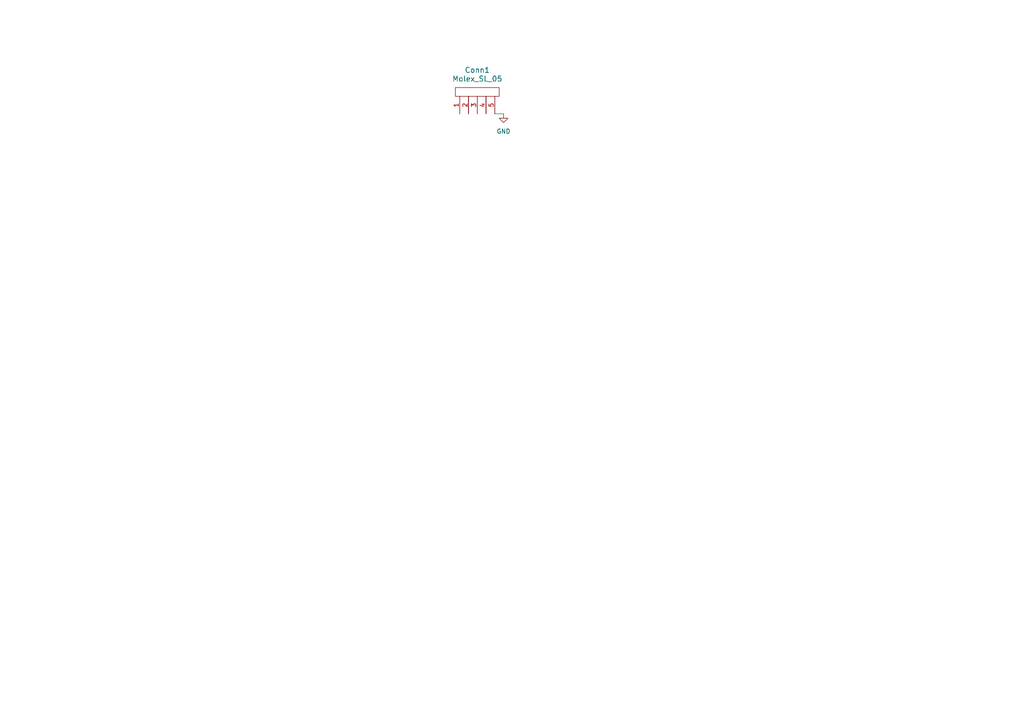
<source format=kicad_sch>
(kicad_sch (version 20230121) (generator eeschema)
  (paper "A4")
  (lib_symbols
    (symbol "MRDT_Connectors:Molex_SL_05" (pin_names (offset 1.016))
      (property "Reference" "Conn" (at 3.81 -1.27 0))
      (property "Value" "Molex_SL_05" (at 1.27 13.97 0))
      (symbol "Molex_SL_05_0_1"
        (rectangle (start 0 12.7) (end 2.54 0))
      )
      (symbol "Molex_SL_05_1_1"
        (pin input line (at -5.08 11.43 0) (length 5.08) (name "~") (number "1"))
        (pin input line (at -5.08 8.89 0) (length 5.08) (name "~") (number "2"))
        (pin input line (at -5.08 6.35 0) (length 5.08) (name "~") (number "3"))
        (pin input line (at -5.08 3.81 0) (length 5.08) (name "~") (number "4"))
        (pin input line (at -5.08 1.27 0) (length 5.08) (name "~") (number "5"))
      )
    )
    (symbol "power:GND" (power) (pin_names (offset 0))
      (property "Value" "GND" (at 0 -3.81 0))
      (symbol "GND_0_1"
        (polyline (pts (xy 0 0) (xy 0 -1.27) (xy 1.27 -1.27) (xy 0 -2.54) (xy -1.27 -1.27) (xy 0 -1.27)))
      )
      (symbol "GND_1_1"
        (pin power_in line (at 0 0 270) (length 0) hide (name "GND") (number "1"))
      )
    )
  )
  (wire (pts (xy 143.51 33.02) (xy 146.05 33.02)))
  (symbol (lib_id "MRDT_Connectors:Molex_SL_05") (at 144.78 27.94 90) (unit 1)
    (property "Reference" "Conn1" (at 138.43 20.32 90) (effects (font (size 1.524 1.524))))
    (property "Value" "Molex_SL_05" (at 138.43 22.86 90) (effects (font (size 1.524 1.524))))
  )
  (symbol (lib_id "power:GND") (at 146.05 33.02 0) (unit 1)
    (property "Reference" "#PWR01" (effects hide))
    (property "Value" "GND" (at 146.05 38.1 0))
  )
)
</source>
